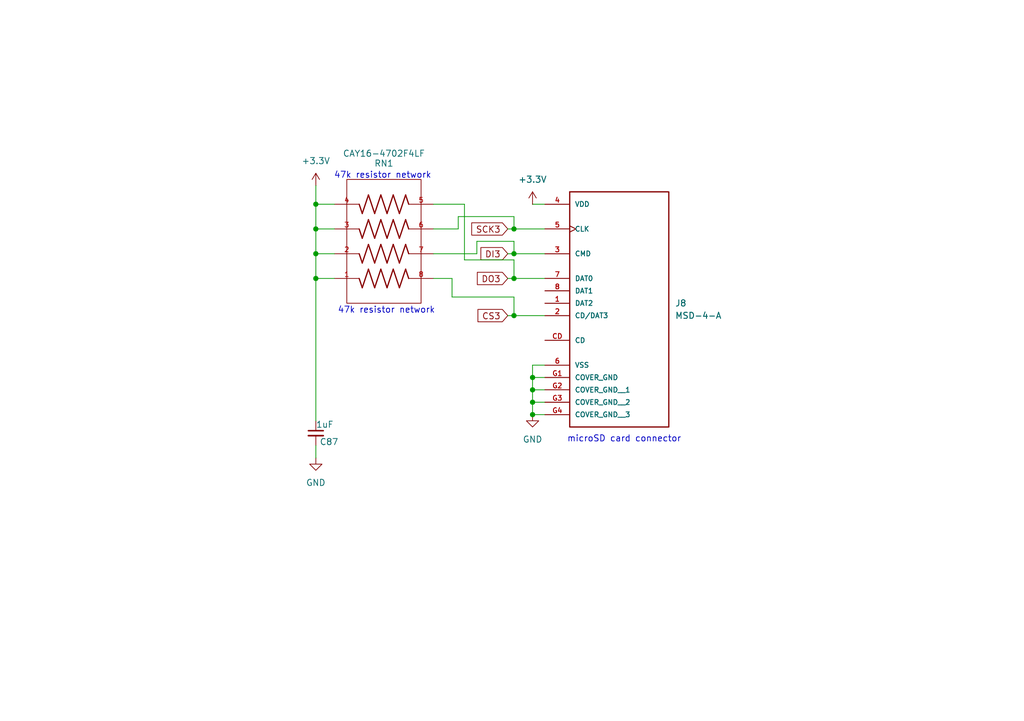
<source format=kicad_sch>
(kicad_sch (version 20250114) (generator "eeschema") (generator_version "9.0")
  (paper "A5")
  (lib_symbols
    (symbol "Cosmos Schematic Symbols:CAY16-4702F4LF" (pin_names (offset 1.016))
      (property "Reference" "RN" (at -6.8624 13.4635 0))
      (property "Value" "CAY16-4702F4LF" (at -6.614 -15.7546 0))
      (symbol "CAY16-4702F4LF_0_0"
        (polyline (pts (xy -5.08 7.62) (xy -4.445 9.525)) (stroke (width 0.254)))
        (polyline (pts (xy -5.08 2.54) (xy -4.445 4.445)) (stroke (width 0.254)))
        (polyline (pts (xy -5.08 -2.54) (xy -4.445 -0.635)) (stroke (width 0.254)))
        (polyline (pts (xy -5.08 -7.62) (xy -4.445 -5.715)) (stroke (width 0.254)))
        (polyline (pts (xy -4.445 9.525) (xy -3.175 5.715)) (stroke (width 0.254)))
        (polyline (pts (xy -4.445 4.445) (xy -3.175 0.635)) (stroke (width 0.254)))
        (polyline (pts (xy -4.445 -0.635) (xy -3.175 -4.445)) (stroke (width 0.254)))
        (polyline (pts (xy -4.445 -5.715) (xy -3.175 -9.525)) (stroke (width 0.254)))
        (polyline (pts (xy -3.175 5.715) (xy -1.905 9.525)) (stroke (width 0.254)))
        (polyline (pts (xy -3.175 0.635) (xy -1.905 4.445)) (stroke (width 0.254)))
        (polyline (pts (xy -3.175 -4.445) (xy -1.905 -0.635)) (stroke (width 0.254)))
        (polyline (pts (xy -3.175 -9.525) (xy -1.905 -5.715)) (stroke (width 0.254)))
        (polyline (pts (xy -1.905 9.525) (xy -0.635 5.715)) (stroke (width 0.254)))
        (polyline (pts (xy -1.905 4.445) (xy -0.635 0.635)) (stroke (width 0.254)))
        (polyline (pts (xy -1.905 -0.635) (xy -0.635 -4.445)) (stroke (width 0.254)))
        (polyline (pts (xy -1.905 -5.715) (xy -0.635 -9.525)) (stroke (width 0.254)))
        (polyline (pts (xy -0.635 5.715) (xy 0.635 9.525)) (stroke (width 0.254)))
        (polyline (pts (xy -0.635 0.635) (xy 0.635 4.445)) (stroke (width 0.254)))
        (polyline (pts (xy -0.635 -4.445) (xy 0.635 -0.635)) (stroke (width 0.254)))
        (polyline (pts (xy -0.635 -9.525) (xy 0.635 -5.715)) (stroke (width 0.254)))
        (polyline (pts (xy 0.635 9.525) (xy 1.905 5.715)) (stroke (width 0.254)))
        (polyline (pts (xy 0.635 4.445) (xy 1.905 0.635)) (stroke (width 0.254)))
        (polyline (pts (xy 0.635 -0.635) (xy 1.905 -4.445)) (stroke (width 0.254)))
        (polyline (pts (xy 0.635 -5.715) (xy 1.905 -9.525)) (stroke (width 0.254)))
        (polyline (pts (xy 1.905 5.715) (xy 3.175 9.525)) (stroke (width 0.254)))
        (polyline (pts (xy 1.905 0.635) (xy 3.175 4.445)) (stroke (width 0.254)))
        (polyline (pts (xy 1.905 -4.445) (xy 3.175 -0.635)) (stroke (width 0.254)))
        (polyline (pts (xy 1.905 -9.525) (xy 3.175 -5.715)) (stroke (width 0.254)))
        (polyline (pts (xy 3.175 9.525) (xy 4.445 5.715)) (stroke (width 0.254)))
        (polyline (pts (xy 3.175 4.445) (xy 4.445 0.635)) (stroke (width 0.254)))
        (polyline (pts (xy 3.175 -0.635) (xy 4.445 -4.445)) (stroke (width 0.254)))
        (polyline (pts (xy 3.175 -5.715) (xy 4.445 -9.525)) (stroke (width 0.254)))
        (polyline (pts (xy 4.445 5.715) (xy 5.08 7.62)) (stroke (width 0.254)))
        (polyline (pts (xy 4.445 0.635) (xy 5.08 2.54)) (stroke (width 0.254)))
        (polyline (pts (xy 4.445 -4.445) (xy 5.08 -2.54)) (stroke (width 0.254)))
        (polyline (pts (xy 4.445 -9.525) (xy 5.08 -7.62)) (stroke (width 0.254)))
        (pin passive line (at -10.16 7.62 0) (length 5.08) (name "~") (number "1"))
        (pin passive line (at -10.16 2.54 0) (length 5.08) (name "~") (number "2"))
        (pin passive line (at -10.16 -2.54 0) (length 5.08) (name "~") (number "3"))
        (pin passive line (at -10.16 -7.62 0) (length 5.08) (name "~") (number "4"))
        (pin passive line (at 10.16 7.62 180) (length 5.08) (name "~") (number "8"))
        (pin passive line (at 10.16 2.54 180) (length 5.08) (name "~") (number "7"))
        (pin passive line (at 10.16 -2.54 180) (length 5.08) (name "~") (number "6"))
        (pin passive line (at 10.16 -7.62 180) (length 5.08) (name "~") (number "5"))
      )
      (symbol "CAY16-4702F4LF_1_0"
        (rectangle (start -7.62 12.7) (end 7.62 -12.7) (stroke (width 0.1524)))
      )
    )
    (symbol "Cosmos Schematic Symbols:MSD-4-A" (pin_names (offset 1.016))
      (property "Reference" "J" (at -10.16 21.082 0))
      (property "Value" "MSD-4-A" (at -10.16 -30.48 0))
      (symbol "MSD-4-A_0_0"
        (pin power_in line (at -15.24 17.78 0) (length 5.08) (name "VDD") (number "4"))
        (pin input clock (at -15.24 12.7 0) (length 5.08) (name "CLK") (number "5"))
        (pin bidirectional line (at -15.24 7.62 0) (length 5.08) (name "CMD") (number "3"))
        (pin bidirectional line (at -15.24 2.54 0) (length 5.08) (name "DAT0") (number "7"))
        (pin bidirectional line (at -15.24 0 0) (length 5.08) (name "DAT1") (number "8"))
        (pin bidirectional line (at -15.24 -2.54 0) (length 5.08) (name "DAT2") (number "1"))
        (pin bidirectional line (at -15.24 -5.08 0) (length 5.08) (name "CD/DAT3") (number "2"))
        (pin passive line (at -15.24 -10.16 0) (length 5.08) (name "CD") (number "CD"))
        (pin power_in line (at -15.24 -15.24 0) (length 5.08) (name "VSS") (number "6"))
        (pin power_in line (at -15.24 -17.78 0) (length 5.08) (name "COVER_GND") (number "G1"))
        (pin power_in line (at -15.24 -20.32 0) (length 5.08) (name "COVER_GND__1") (number "G2"))
        (pin power_in line (at -15.24 -22.86 0) (length 5.08) (name "COVER_GND__2") (number "G3"))
        (pin power_in line (at -15.24 -25.4 0) (length 5.08) (name "COVER_GND__3") (number "G4"))
      )
      (symbol "MSD-4-A_1_0"
        (rectangle (start -10.16 20.32) (end 10.16 -27.94) (stroke (width 0.254)))
      )
    )
    (symbol "Device:C_Small" (pin_numbers (hide yes)) (pin_names (offset 0.254) (hide yes))
      (property "Reference" "C" (at 0.254 1.778 0))
      (property "Value" "C_Small" (at 0.254 -2.032 0))
      (symbol "C_Small_0_1"
        (polyline (pts (xy -1.524 0.508) (xy 1.524 0.508)) (stroke (width 0.3048)))
        (polyline (pts (xy -1.524 -0.508) (xy 1.524 -0.508)) (stroke (width 0.3302)))
      )
      (symbol "C_Small_1_1"
        (pin passive line (at 0 2.54 270) (length 2.032) (name "~") (number "1"))
        (pin passive line (at 0 -2.54 90) (length 2.032) (name "~") (number "2"))
      )
    )
    (symbol "power:+3.3V" (power) (pin_numbers (hide yes)) (pin_names (offset 0) (hide yes))
      (property "Value" "+3.3V" (at 0 3.556 0))
      (symbol "+3.3V_0_1"
        (polyline (pts (xy -0.762 1.27) (xy 0 2.54)))
        (polyline (pts (xy 0 2.54) (xy 0.762 1.27)))
        (polyline (pts (xy 0 0) (xy 0 2.54)))
      )
      (symbol "+3.3V_1_1"
        (pin power_in line (at 0 0 90) (length 0) (name "~") (number "1"))
      )
    )
    (symbol "power:GND" (power) (pin_numbers (hide yes)) (pin_names (offset 0) (hide yes))
      (property "Value" "GND" (at 0 -3.81 0))
      (symbol "GND_0_1"
        (polyline (pts (xy 0 0) (xy 0 -1.27) (xy 1.27 -1.27) (xy 0 -2.54) (xy -1.27 -1.27) (xy 0 -1.27)))
      )
      (symbol "GND_1_1"
        (pin power_in line (at 0 0 270) (length 0) (name "~") (number "1"))
      )
    )
  )
  (text "47k resistor network\n" (at 79.248 63.754 0) (effects (font (size 1.27 1.27))))
  (text "microSD card connector" (at 128.016 90.17 0) (effects (font (size 1.27 1.27))))
  (text "47k resistor network\n" (at 78.486 36.068 0) (effects (font (size 1.27 1.27))))
  (junction (at 64.77 41.91))
  (junction (at 109.22 85.09))
  (junction (at 64.77 57.15))
  (junction (at 64.77 52.07))
  (junction (at 105.41 52.07))
  (junction (at 64.77 46.99))
  (junction (at 105.41 64.77))
  (junction (at 109.22 77.47))
  (junction (at 105.41 57.15))
  (junction (at 109.22 80.01))
  (junction (at 105.41 46.99))
  (junction (at 109.22 82.55))
  (wire (pts (xy 109.22 77.47) (xy 109.22 80.01)))
  (wire (pts (xy 88.9 57.15) (xy 92.71 57.15)))
  (wire (pts (xy 92.71 60.96) (xy 105.41 60.96)))
  (wire (pts (xy 104.14 46.99) (xy 105.41 46.99)))
  (wire (pts (xy 104.14 64.77) (xy 105.41 64.77)))
  (wire (pts (xy 109.22 80.01) (xy 109.22 82.55)))
  (wire (pts (xy 105.41 44.45) (xy 105.41 46.99)))
  (wire (pts (xy 105.41 57.15) (xy 105.41 53.34)))
  (wire (pts (xy 111.76 74.93) (xy 109.22 74.93)))
  (wire (pts (xy 109.22 85.09) (xy 111.76 85.09)))
  (wire (pts (xy 97.79 49.53) (xy 105.41 49.53)))
  (wire (pts (xy 64.77 46.99) (xy 68.58 46.99)))
  (wire (pts (xy 64.77 41.91) (xy 64.77 46.99)))
  (wire (pts (xy 64.77 38.1) (xy 64.77 41.91)))
  (wire (pts (xy 105.41 64.77) (xy 111.76 64.77)))
  (wire (pts (xy 104.14 52.07) (xy 105.41 52.07)))
  (wire (pts (xy 64.77 52.07) (xy 64.77 57.15)))
  (wire (pts (xy 109.22 41.91) (xy 111.76 41.91)))
  (wire (pts (xy 93.98 44.45) (xy 105.41 44.45)))
  (wire (pts (xy 64.77 57.15) (xy 64.77 86.36)))
  (wire (pts (xy 105.41 46.99) (xy 111.76 46.99)))
  (wire (pts (xy 104.14 57.15) (xy 105.41 57.15)))
  (wire (pts (xy 64.77 46.99) (xy 64.77 52.07)))
  (wire (pts (xy 95.25 41.91) (xy 88.9 41.91)))
  (wire (pts (xy 109.22 77.47) (xy 111.76 77.47)))
  (wire (pts (xy 109.22 80.01) (xy 111.76 80.01)))
  (wire (pts (xy 105.41 60.96) (xy 105.41 64.77)))
  (wire (pts (xy 88.9 46.99) (xy 93.98 46.99)))
  (wire (pts (xy 105.41 52.07) (xy 111.76 52.07)))
  (wire (pts (xy 88.9 52.07) (xy 97.79 52.07)))
  (wire (pts (xy 92.71 57.15) (xy 92.71 60.96)))
  (wire (pts (xy 105.41 57.15) (xy 111.76 57.15)))
  (wire (pts (xy 64.77 41.91) (xy 68.58 41.91)))
  (wire (pts (xy 105.41 53.34) (xy 95.25 53.34)))
  (wire (pts (xy 109.22 74.93) (xy 109.22 77.47)))
  (wire (pts (xy 64.77 57.15) (xy 68.58 57.15)))
  (wire (pts (xy 105.41 49.53) (xy 105.41 52.07)))
  (wire (pts (xy 64.77 93.98) (xy 64.77 91.44)))
  (wire (pts (xy 109.22 82.55) (xy 111.76 82.55)))
  (wire (pts (xy 109.22 82.55) (xy 109.22 85.09)))
  (wire (pts (xy 95.25 53.34) (xy 95.25 41.91)))
  (wire (pts (xy 64.77 52.07) (xy 68.58 52.07)))
  (wire (pts (xy 93.98 46.99) (xy 93.98 44.45)))
  (wire (pts (xy 97.79 52.07) (xy 97.79 49.53)))
  (global_label "DO3" (shape input) (at 104.14 57.15 180) (property "Intersheetrefs" "${INTERSHEET_REFS}" (effects (hide yes))))
  (global_label "DI3" (shape input) (at 104.14 52.07 180) (property "Intersheetrefs" "${INTERSHEET_REFS}" (effects (hide yes))))
  (global_label "SCK3" (shape input) (at 104.14 46.99 180) (property "Intersheetrefs" "${INTERSHEET_REFS}" (effects (hide yes))))
  (global_label "CS3" (shape input) (at 104.14 64.77 180) (property "Intersheetrefs" "${INTERSHEET_REFS}" (effects (hide yes))))
  (symbol (lib_id "power:GND") (at 109.22 85.09 0) (unit 1)
    (property "Reference" "#PWR0219" (effects (hide yes)))
    (property "Value" "GND" (at 109.22 90.17 0))
    (property "Description" "Power symbol creates a global label with name \"GND\" , ground" (effects (hide yes)))
  )
  (symbol (lib_id "Cosmos Schematic Symbols:MSD-4-A") (at 127 59.69 0) (unit 1)
    (property "Reference" "J8" (at 138.43 62.2299 0) (effects (justify left)))
    (property "Value" "MSD-4-A" (at 138.43 64.7699 0) (effects (justify left)))
    (property "Footprint" "MSD-4-A:CUI_MSD-4-A" (effects (hide yes)))
    (property "MANUFACTURER" "CUI Devices" (effects (hide yes)))
  )
  (symbol (lib_id "power:GND") (at 64.77 93.98 0) (unit 1)
    (property "Reference" "#PWR0217" (effects (hide yes)))
    (property "Value" "GND" (at 64.77 99.06 0))
    (property "Description" "Power symbol creates a global label with name \"GND\" , ground" (effects (hide yes)))
  )
  (symbol (lib_id "power:+3.3V") (at 109.22 41.91 0) (unit 1)
    (property "Reference" "#PWR071" (effects (hide yes)))
    (property "Value" "+3.3V" (at 109.22 36.83 0))
    (property "Description" "Power symbol creates a global label with name \"+3.3V\"" (effects (hide yes)))
  )
  (symbol (lib_id "power:+3.3V") (at 64.77 38.1 0) (unit 1)
    (property "Reference" "#PWR070" (effects (hide yes)))
    (property "Value" "+3.3V" (at 64.77 33.02 0))
    (property "Description" "Power symbol creates a global label with name \"+3.3V\"" (effects (hide yes)))
  )
  (symbol (lib_id "Device:C_Small") (at 64.77 88.9 0) (unit 1)
    (property "Reference" "C87" (at 65.532 90.678 0) (effects (justify left)))
    (property "Value" "1uF" (at 64.77 87.122 0) (effects (justify left)))
    (property "Footprint" "Capacitor_SMD:C_0603_1608Metric" (effects (hide yes)))
    (property "Description" "Unpolarized capacitor, small symbol" (effects (hide yes)))
  )
  (symbol (lib_id "Cosmos Schematic Symbols:CAY16-4702F4LF") (at 78.74 49.53 0) (mirror x) (unit 1)
    (property "Reference" "RN1" (at 78.74 33.528 0))
    (property "Value" "CAY16-4702F4LF" (at 78.74 31.496 0))
    (property "Footprint" "Resistor_SMD:R_Array_Convex_4x1206" (effects (hide yes)))
    (property "MANUFACTURER" "Bourns" (effects (hide yes)))
  )
)
</source>
